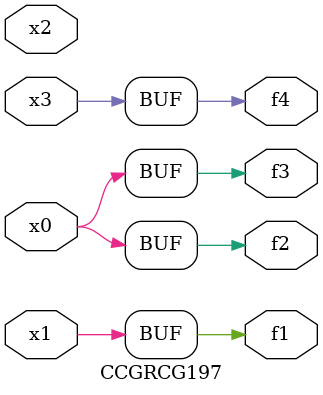
<source format=v>
module CCGRCG197(
	input x0, x1, x2, x3,
	output f1, f2, f3, f4
);
	assign f1 = x1;
	assign f2 = x0;
	assign f3 = x0;
	assign f4 = x3;
endmodule

</source>
